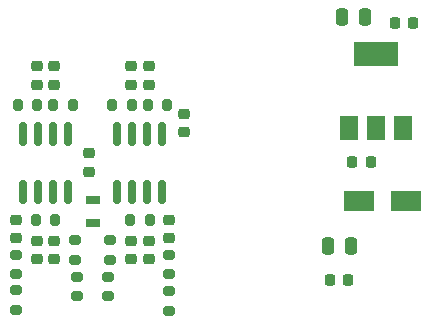
<source format=gbr>
%TF.GenerationSoftware,KiCad,Pcbnew,6.0.4-6f826c9f35~116~ubuntu20.04.1*%
%TF.CreationDate,2022-05-25T09:33:46+00:00*%
%TF.ProjectId,RFIQINT01B,52464951-494e-4543-9031-422e6b696361,REV 0.2*%
%TF.SameCoordinates,Original*%
%TF.FileFunction,Paste,Bot*%
%TF.FilePolarity,Positive*%
%FSLAX46Y46*%
G04 Gerber Fmt 4.6, Leading zero omitted, Abs format (unit mm)*
G04 Created by KiCad (PCBNEW 6.0.4-6f826c9f35~116~ubuntu20.04.1) date 2022-05-25 09:33:46*
%MOMM*%
%LPD*%
G01*
G04 APERTURE LIST*
G04 Aperture macros list*
%AMRoundRect*
0 Rectangle with rounded corners*
0 $1 Rounding radius*
0 $2 $3 $4 $5 $6 $7 $8 $9 X,Y pos of 4 corners*
0 Add a 4 corners polygon primitive as box body*
4,1,4,$2,$3,$4,$5,$6,$7,$8,$9,$2,$3,0*
0 Add four circle primitives for the rounded corners*
1,1,$1+$1,$2,$3*
1,1,$1+$1,$4,$5*
1,1,$1+$1,$6,$7*
1,1,$1+$1,$8,$9*
0 Add four rect primitives between the rounded corners*
20,1,$1+$1,$2,$3,$4,$5,0*
20,1,$1+$1,$4,$5,$6,$7,0*
20,1,$1+$1,$6,$7,$8,$9,0*
20,1,$1+$1,$8,$9,$2,$3,0*%
G04 Aperture macros list end*
%ADD10RoundRect,0.150000X0.150000X-0.825000X0.150000X0.825000X-0.150000X0.825000X-0.150000X-0.825000X0*%
%ADD11R,1.300000X0.700000*%
%ADD12R,2.500000X1.800000*%
%ADD13RoundRect,0.250000X0.250000X0.475000X-0.250000X0.475000X-0.250000X-0.475000X0.250000X-0.475000X0*%
%ADD14R,1.500000X2.000000*%
%ADD15R,3.800000X2.000000*%
%ADD16RoundRect,0.200000X0.275000X-0.200000X0.275000X0.200000X-0.275000X0.200000X-0.275000X-0.200000X0*%
%ADD17RoundRect,0.200000X0.200000X0.275000X-0.200000X0.275000X-0.200000X-0.275000X0.200000X-0.275000X0*%
%ADD18RoundRect,0.200000X-0.275000X0.200000X-0.275000X-0.200000X0.275000X-0.200000X0.275000X0.200000X0*%
%ADD19RoundRect,0.225000X0.225000X0.250000X-0.225000X0.250000X-0.225000X-0.250000X0.225000X-0.250000X0*%
%ADD20RoundRect,0.225000X0.250000X-0.225000X0.250000X0.225000X-0.250000X0.225000X-0.250000X-0.225000X0*%
%ADD21RoundRect,0.225000X-0.250000X0.225000X-0.250000X-0.225000X0.250000X-0.225000X0.250000X0.225000X0*%
%ADD22RoundRect,0.250000X-0.250000X-0.475000X0.250000X-0.475000X0.250000X0.475000X-0.250000X0.475000X0*%
G04 APERTURE END LIST*
D10*
%TO.C,U1*%
X132905000Y-107235000D03*
X131635000Y-107235000D03*
X130365000Y-107235000D03*
X129095000Y-107235000D03*
X129095000Y-102285000D03*
X130365000Y-102285000D03*
X131635000Y-102285000D03*
X132905000Y-102285000D03*
%TD*%
D11*
%TO.C,L1*%
X127000000Y-109810000D03*
X127000000Y-107910000D03*
%TD*%
D10*
%TO.C,U2*%
X124905000Y-107235000D03*
X123635000Y-107235000D03*
X122365000Y-107235000D03*
X121095000Y-107235000D03*
X121095000Y-102285000D03*
X122365000Y-102285000D03*
X123635000Y-102285000D03*
X124905000Y-102285000D03*
%TD*%
D12*
%TO.C,D1*%
X149536400Y-107950000D03*
X153536400Y-107950000D03*
%TD*%
D13*
%TO.C,C1*%
X148828800Y-111810800D03*
X146928800Y-111810800D03*
%TD*%
D14*
%TO.C,U3*%
X153300000Y-101830000D03*
D15*
X151000000Y-95530000D03*
D14*
X151000000Y-101830000D03*
X148700000Y-101830000D03*
%TD*%
D16*
%TO.C,R1*%
X133502400Y-117258600D03*
X133502400Y-115608600D03*
%TD*%
%TO.C,R2*%
X128320800Y-116039400D03*
X128320800Y-114389400D03*
%TD*%
D17*
%TO.C,R3*%
X133325000Y-99827000D03*
X131675000Y-99827000D03*
%TD*%
%TO.C,R4*%
X131825000Y-109610000D03*
X130175000Y-109610000D03*
%TD*%
D16*
%TO.C,R5*%
X133500000Y-114185000D03*
X133500000Y-112535000D03*
%TD*%
%TO.C,R6*%
X128500000Y-112935000D03*
X128500000Y-111285000D03*
%TD*%
D17*
%TO.C,R7*%
X130325000Y-99827000D03*
X128675000Y-99827000D03*
%TD*%
D18*
%TO.C,R8*%
X125500000Y-111285000D03*
X125500000Y-112935000D03*
%TD*%
%TO.C,R9*%
X120500000Y-112535000D03*
X120500000Y-114185000D03*
%TD*%
D17*
%TO.C,R10*%
X125325000Y-99827000D03*
X123675000Y-99827000D03*
%TD*%
%TO.C,R11*%
X123825000Y-109610000D03*
X122175000Y-109610000D03*
%TD*%
%TO.C,R12*%
X122325000Y-99827000D03*
X120675000Y-99827000D03*
%TD*%
D18*
%TO.C,R13*%
X125679200Y-114389400D03*
X125679200Y-116039400D03*
%TD*%
%TO.C,R14*%
X120497600Y-115557800D03*
X120497600Y-117207800D03*
%TD*%
D19*
%TO.C,C2*%
X148638600Y-114706400D03*
X147088600Y-114706400D03*
%TD*%
D20*
%TO.C,C3*%
X134750000Y-102135000D03*
X134750000Y-100585000D03*
%TD*%
D21*
%TO.C,C4*%
X131750000Y-111335000D03*
X131750000Y-112885000D03*
%TD*%
%TO.C,C5*%
X131750000Y-96585000D03*
X131750000Y-98135000D03*
%TD*%
%TO.C,C6*%
X130250000Y-111335000D03*
X130250000Y-112885000D03*
%TD*%
%TO.C,C7*%
X130250000Y-96585000D03*
X130250000Y-98135000D03*
%TD*%
%TO.C,C8*%
X133500000Y-109585000D03*
X133500000Y-111135000D03*
%TD*%
%TO.C,C9*%
X120500000Y-109585000D03*
X120500000Y-111135000D03*
%TD*%
%TO.C,C10*%
X126650000Y-103935000D03*
X126650000Y-105485000D03*
%TD*%
%TO.C,C11*%
X123750000Y-111335000D03*
X123750000Y-112885000D03*
%TD*%
%TO.C,C12*%
X123750000Y-96585000D03*
X123750000Y-98135000D03*
%TD*%
%TO.C,C13*%
X122250000Y-111335000D03*
X122250000Y-112885000D03*
%TD*%
%TO.C,C14*%
X122250000Y-96585000D03*
X122250000Y-98135000D03*
%TD*%
D19*
%TO.C,C15*%
X150525000Y-104680000D03*
X148975000Y-104680000D03*
%TD*%
%TO.C,C16*%
X154150000Y-92885000D03*
X152600000Y-92885000D03*
%TD*%
D22*
%TO.C,C17*%
X148150000Y-92360000D03*
X150050000Y-92360000D03*
%TD*%
M02*

</source>
